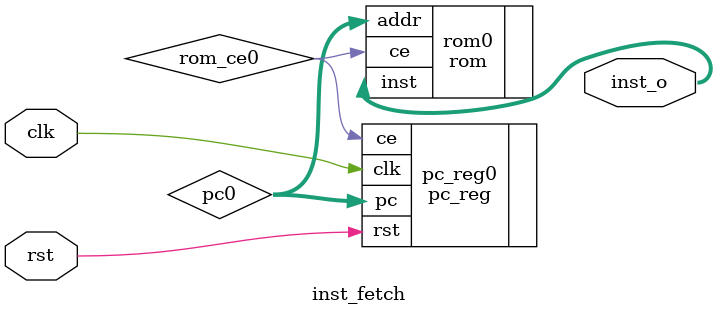
<source format=v>
module inst_fetch (input wire clk, input wire rst, output wire [31:0] inst_o);

	wire [5:0] pc0;
	wire rom_ce0;
	
	pc_reg pc_reg0( .clk(clk), .rst(rst), .pc(pc0), .ce(rom_ce0));

	rom rom0( .addr(pc0), .ce(rom_ce0), .inst(inst_o));

endmodule





</source>
